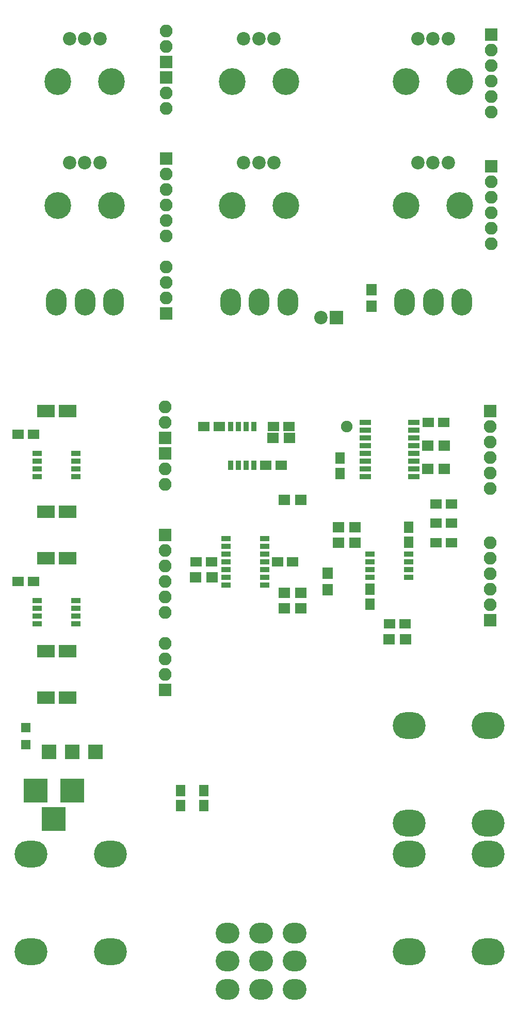
<source format=gbr>
G04 #@! TF.FileFunction,Soldermask,Top*
%FSLAX46Y46*%
G04 Gerber Fmt 4.6, Leading zero omitted, Abs format (unit mm)*
G04 Created by KiCad (PCBNEW 4.0.7) date 05/06/18 18:03:06*
%MOMM*%
%LPD*%
G01*
G04 APERTURE LIST*
%ADD10C,0.100000*%
%ADD11R,2.100000X2.100000*%
%ADD12O,2.100000X2.100000*%
%ADD13C,2.200000*%
%ADD14C,4.400000*%
%ADD15R,3.000000X2.000000*%
%ADD16R,1.650000X1.900000*%
%ADD17R,1.900000X1.650000*%
%ADD18R,1.500000X1.500000*%
%ADD19R,2.200000X2.200000*%
%ADD20O,5.400000X4.400000*%
%ADD21R,3.900000X3.900000*%
%ADD22R,1.900000X1.700000*%
%ADD23O,3.900000X3.400000*%
%ADD24O,3.400000X4.400000*%
%ADD25R,1.543000X0.908000*%
%ADD26R,1.700000X1.900000*%
%ADD27R,0.908000X1.543000*%
%ADD28R,1.900000X0.908000*%
%ADD29C,1.900000*%
%ADD30R,2.398980X2.398980*%
G04 APERTURE END LIST*
D10*
D11*
X83820000Y-163830000D03*
D12*
X83820000Y-161290000D03*
X83820000Y-158750000D03*
X83820000Y-156210000D03*
D11*
X137160000Y-152400000D03*
D12*
X137160000Y-149860000D03*
X137160000Y-147320000D03*
X137160000Y-144780000D03*
X137160000Y-142240000D03*
X137160000Y-139700000D03*
D13*
X73135500Y-57086500D03*
X70635500Y-57086500D03*
X68135500Y-57086500D03*
D14*
X75035500Y-64086500D03*
X66235500Y-64086500D03*
D15*
X64240000Y-157480000D03*
X67840000Y-157480000D03*
X64240000Y-134620000D03*
X67840000Y-134620000D03*
X64240000Y-142240000D03*
X67840000Y-142240000D03*
X64240000Y-118110000D03*
X67840000Y-118110000D03*
D16*
X86360000Y-182860000D03*
X86360000Y-180360000D03*
X90170000Y-182860000D03*
X90170000Y-180360000D03*
D17*
X128290000Y-139700000D03*
X130790000Y-139700000D03*
X128290000Y-136525000D03*
X130790000Y-136525000D03*
X128290000Y-133350000D03*
X130790000Y-133350000D03*
D16*
X112522000Y-125877000D03*
X112522000Y-128377000D03*
D13*
X130285500Y-77406500D03*
X127785500Y-77406500D03*
X125285500Y-77406500D03*
D14*
X132185500Y-84406500D03*
X123385500Y-84406500D03*
D18*
X60960000Y-170050000D03*
X60960000Y-172850000D03*
D19*
X111950500Y-102806500D03*
D13*
X109410500Y-102806500D03*
X101710500Y-77406500D03*
X99210500Y-77406500D03*
X96710500Y-77406500D03*
D14*
X103610500Y-84406500D03*
X94810500Y-84406500D03*
D13*
X73135500Y-77406500D03*
X70635500Y-77406500D03*
X68135500Y-77406500D03*
D14*
X75035500Y-84406500D03*
X66235500Y-84406500D03*
D11*
X137350500Y-78041500D03*
D12*
X137350500Y-80581500D03*
X137350500Y-83121500D03*
X137350500Y-85661500D03*
X137350500Y-88201500D03*
X137350500Y-90741500D03*
D11*
X84010500Y-76771500D03*
D12*
X84010500Y-79311500D03*
X84010500Y-81851500D03*
X84010500Y-84391500D03*
X84010500Y-86931500D03*
X84010500Y-89471500D03*
D20*
X123865500Y-185736500D03*
X123865500Y-169736500D03*
X136865500Y-169736500D03*
X136842500Y-185736500D03*
X123865500Y-206755000D03*
X123865500Y-190755000D03*
X136865500Y-190755000D03*
X136842500Y-206755000D03*
D11*
X83820000Y-138430000D03*
D12*
X83820000Y-140970000D03*
X83820000Y-143510000D03*
X83820000Y-146050000D03*
X83820000Y-148590000D03*
X83820000Y-151130000D03*
D20*
X74826000Y-190755000D03*
X74826000Y-206755000D03*
X61826000Y-206755000D03*
X61849000Y-190755000D03*
D21*
X68580000Y-180340000D03*
X62580000Y-180340000D03*
X65580000Y-185040000D03*
D22*
X91520000Y-145415000D03*
X88820000Y-145415000D03*
X103425000Y-150495000D03*
X106125000Y-150495000D03*
X103425000Y-147955000D03*
X106125000Y-147955000D03*
X104220000Y-122555000D03*
X101520000Y-122555000D03*
X120570000Y-155575000D03*
X123270000Y-155575000D03*
X103425000Y-132715000D03*
X106125000Y-132715000D03*
X115015000Y-137160000D03*
X112315000Y-137160000D03*
D13*
X130285500Y-57086500D03*
X127785500Y-57086500D03*
X125285500Y-57086500D03*
D14*
X132185500Y-64086500D03*
X123385500Y-64086500D03*
D23*
X105068000Y-212943500D03*
X99568000Y-212943500D03*
X94068000Y-212943500D03*
X105068000Y-208343500D03*
X99568000Y-208343500D03*
X94068000Y-208343500D03*
X105068000Y-203743500D03*
X99568000Y-203743500D03*
X94068000Y-203743500D03*
D24*
X127825500Y-100266500D03*
X132525500Y-100266500D03*
X123125500Y-100266500D03*
X70675500Y-100266500D03*
X75375500Y-100266500D03*
X65975500Y-100266500D03*
X99250500Y-100266500D03*
X103950500Y-100266500D03*
X94550500Y-100266500D03*
D13*
X101710500Y-57086500D03*
X99210500Y-57086500D03*
X96710500Y-57086500D03*
D14*
X103610500Y-64086500D03*
X94810500Y-64086500D03*
D25*
X69215000Y-149225000D03*
X69215000Y-150495000D03*
X69215000Y-151765000D03*
X69215000Y-153035000D03*
X62865000Y-153035000D03*
X62865000Y-151765000D03*
X62865000Y-150495000D03*
X62865000Y-149225000D03*
X69215000Y-125095000D03*
X69215000Y-126365000D03*
X69215000Y-127635000D03*
X69215000Y-128905000D03*
X62865000Y-128905000D03*
X62865000Y-127635000D03*
X62865000Y-126365000D03*
X62865000Y-125095000D03*
D17*
X91420000Y-142875000D03*
X88920000Y-142875000D03*
X102255000Y-142875000D03*
X104755000Y-142875000D03*
X100350000Y-127000000D03*
X102850000Y-127000000D03*
X92690000Y-120650000D03*
X90190000Y-120650000D03*
X127020000Y-120015000D03*
X129520000Y-120015000D03*
X62210000Y-146050000D03*
X59710000Y-146050000D03*
X62210000Y-121920000D03*
X59710000Y-121920000D03*
D11*
X84010500Y-102171500D03*
D12*
X84010500Y-99631500D03*
X84010500Y-97091500D03*
X84010500Y-94551500D03*
D26*
X117665500Y-100981500D03*
X117665500Y-98281500D03*
D15*
X64240000Y-165100000D03*
X67840000Y-165100000D03*
D17*
X123170000Y-153035000D03*
X120670000Y-153035000D03*
D22*
X112315000Y-139700000D03*
X115015000Y-139700000D03*
D26*
X110490000Y-147400000D03*
X110490000Y-144700000D03*
D22*
X129620000Y-123825000D03*
X126920000Y-123825000D03*
D25*
X93853000Y-139065000D03*
X93853000Y-140335000D03*
X93853000Y-141605000D03*
X93853000Y-142875000D03*
X93853000Y-144145000D03*
X93853000Y-145415000D03*
X93853000Y-146685000D03*
X100203000Y-146685000D03*
X100203000Y-145415000D03*
X100203000Y-142875000D03*
X100203000Y-141605000D03*
X100203000Y-140335000D03*
X100203000Y-139065000D03*
X100203000Y-144145000D03*
D27*
X98425000Y-127000000D03*
X97155000Y-127000000D03*
X95885000Y-127000000D03*
X94615000Y-127000000D03*
X94615000Y-120650000D03*
X95885000Y-120650000D03*
X97155000Y-120650000D03*
X98425000Y-120650000D03*
D25*
X123825000Y-141605000D03*
X123825000Y-142875000D03*
X123825000Y-144145000D03*
X123825000Y-145415000D03*
X117475000Y-145415000D03*
X117475000Y-144145000D03*
X117475000Y-142875000D03*
X117475000Y-141605000D03*
D28*
X124650000Y-120015000D03*
X124650000Y-122555000D03*
X124650000Y-123825000D03*
X124650000Y-125095000D03*
X124650000Y-126365000D03*
X124650000Y-127635000D03*
X124650000Y-128905000D03*
X116650000Y-128905000D03*
X116650000Y-127635000D03*
X116650000Y-126365000D03*
X116650000Y-125095000D03*
X116650000Y-123825000D03*
X116650000Y-122555000D03*
X116650000Y-121285000D03*
X116650000Y-120015000D03*
X124650000Y-121285000D03*
D29*
X113665000Y-120650000D03*
D22*
X126920000Y-127635000D03*
X129620000Y-127635000D03*
D30*
X64770000Y-173990000D03*
X68580000Y-173990000D03*
X72390000Y-173990000D03*
D11*
X137160000Y-118110000D03*
D12*
X137160000Y-120650000D03*
X137160000Y-123190000D03*
X137160000Y-125730000D03*
X137160000Y-128270000D03*
X137160000Y-130810000D03*
D11*
X137350500Y-56451500D03*
D12*
X137350500Y-58991500D03*
X137350500Y-61531500D03*
X137350500Y-64071500D03*
X137350500Y-66611500D03*
X137350500Y-69151500D03*
D17*
X101620000Y-120650000D03*
X104120000Y-120650000D03*
D16*
X117475000Y-147340000D03*
X117475000Y-149840000D03*
X123825000Y-139680000D03*
X123825000Y-137180000D03*
D11*
X84010500Y-60896500D03*
D12*
X84010500Y-58356500D03*
X84010500Y-55816500D03*
D11*
X84010500Y-63436500D03*
D12*
X84010500Y-65976500D03*
X84010500Y-68516500D03*
D11*
X83820000Y-122555000D03*
D12*
X83820000Y-120015000D03*
X83820000Y-117475000D03*
D11*
X83820000Y-125095000D03*
D12*
X83820000Y-127635000D03*
X83820000Y-130175000D03*
M02*

</source>
